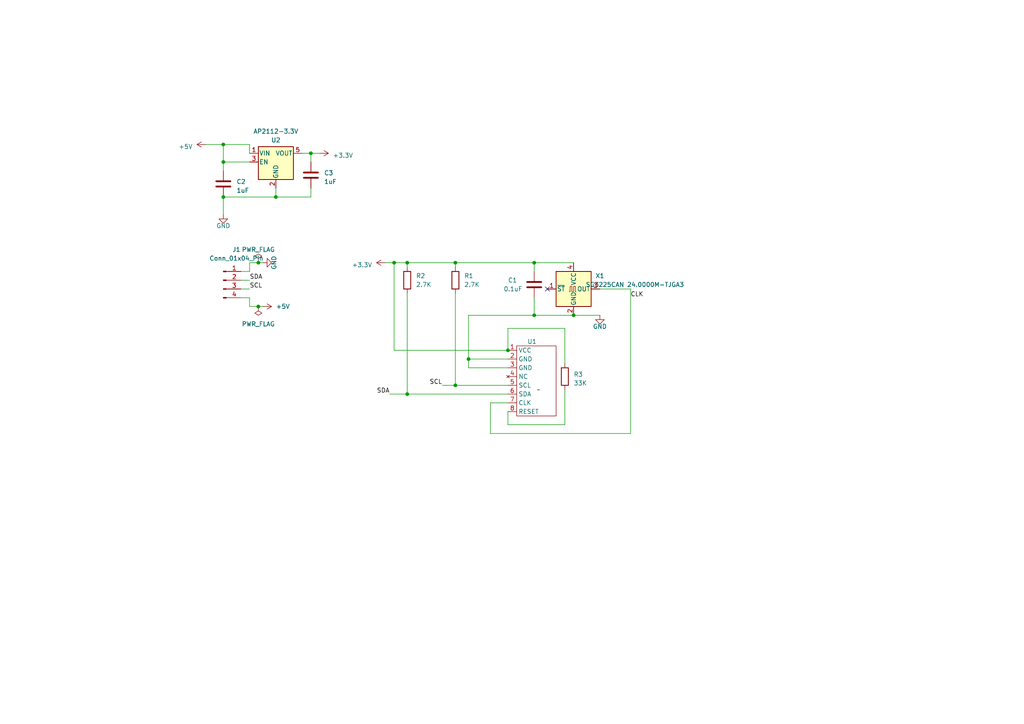
<source format=kicad_sch>
(kicad_sch (version 20231120) (generator "eeschema") (generator_version "8.0")
  (paper "A4")
  (lib_symbols
    (symbol "Connector:Conn_01x04_Pin" (pin_names (offset 1.016) hide)
      (property "Reference" "J" (at 0 5.08 0))
      (property "Value" "Conn_01x04_Pin" (at 0 -7.62 0))
      (symbol "Conn_01x04_Pin_1_1"
        (polyline (pts (xy 1.27 -5.08) (xy 0.8636 -5.08)) (stroke (width 0.1524)))
        (polyline (pts (xy 1.27 -2.54) (xy 0.8636 -2.54)) (stroke (width 0.1524)))
        (polyline (pts (xy 1.27 0) (xy 0.8636 0)) (stroke (width 0.1524)))
        (polyline (pts (xy 1.27 2.54) (xy 0.8636 2.54)) (stroke (width 0.1524)))
        (rectangle (start 0.8636 -4.953) (end 0 -5.207) (stroke (width 0.1524)) (fill (type outline)))
        (rectangle (start 0.8636 -2.413) (end 0 -2.667) (stroke (width 0.1524)) (fill (type outline)))
        (rectangle (start 0.8636 0.127) (end 0 -0.127) (stroke (width 0.1524)) (fill (type outline)))
        (rectangle (start 0.8636 2.667) (end 0 2.413) (stroke (width 0.1524)) (fill (type outline)))
        (pin passive line (at 5.08 2.54 180) (length 3.81) (name "Pin_1") (number "1"))
        (pin passive line (at 5.08 0 180) (length 3.81) (name "Pin_2") (number "2"))
        (pin passive line (at 5.08 -2.54 180) (length 3.81) (name "Pin_3") (number "3"))
        (pin passive line (at 5.08 -5.08 180) (length 3.81) (name "Pin_4") (number "4"))
      )
    )
    (symbol "Device:C" (pin_numbers hide) (pin_names (offset 0.254))
      (property "Reference" "C" (at 0.635 2.54 0))
      (property "Value" "C" (at 0.635 -2.54 0))
      (symbol "C_0_1"
        (polyline (pts (xy -2.032 -0.762) (xy 2.032 -0.762)) (stroke (width 0.508)))
        (polyline (pts (xy -2.032 0.762) (xy 2.032 0.762)) (stroke (width 0.508)))
      )
      (symbol "C_1_1"
        (pin passive line (at 0 3.81 270) (length 2.794) (name "~") (number "1"))
        (pin passive line (at 0 -3.81 90) (length 2.794) (name "~") (number "2"))
      )
    )
    (symbol "Device:R" (pin_numbers hide) (pin_names (offset 0))
      (property "Reference" "R" (at 2.032 0 90))
      (property "Value" "R" (at 0 0 90))
      (symbol "R_0_1"
        (rectangle (start -1.016 -2.54) (end 1.016 2.54) (stroke (width 0.254)))
      )
      (symbol "R_1_1"
        (pin passive line (at 0 3.81 270) (length 1.27) (name "~") (number "1"))
        (pin passive line (at 0 -3.81 90) (length 1.27) (name "~") (number "2"))
      )
    )
    (symbol "Oscillator:SG-5032CAN" (pin_names (offset 0.254))
      (property "Reference" "X" (at -5.08 6.35 0))
      (property "Value" "SG-5032CAN" (at 1.27 -6.35 0))
      (symbol "SG-5032CAN_0_1"
        (rectangle (start -5.08 5.08) (end 5.08 -5.08) (stroke (width 0.254)) (fill (type background)))
        (polyline (pts (xy -1.27 -0.762) (xy -1.016 -0.762) (xy -1.016 0.762) (xy -0.508 0.762) (xy -0.508 -0.762) (xy 0 -0.762) (xy 0 0.762) (xy 0.508 0.762) (xy 0.508 -0.762) (xy 0.762 -0.762)))
      )
      (symbol "SG-5032CAN_1_1"
        (pin input line (at -7.62 0 0) (length 2.54) (name "~{ST}") (number "1"))
        (pin power_in line (at 0 -7.62 90) (length 2.54) (name "GND") (number "2"))
        (pin output line (at 7.62 0 180) (length 2.54) (name "OUT") (number "3"))
        (pin power_in line (at 0 7.62 270) (length 2.54) (name "VCC") (number "4"))
      )
    )
    (symbol "Regulator_Linear:AP2112K-3.3" (pin_names (offset 0.254))
      (property "Reference" "U" (at -5.08 5.715 0))
      (property "Value" "AP2112K-3.3" (at 0 5.715 0))
      (symbol "AP2112K-3.3_0_1"
        (rectangle (start -5.08 4.445) (end 5.08 -5.08) (stroke (width 0.254)) (fill (type background)))
      )
      (symbol "AP2112K-3.3_1_1"
        (pin power_in line (at -7.62 2.54 0) (length 2.54) (name "VIN") (number "1"))
        (pin power_in line (at 0 -7.62 90) (length 2.54) (name "GND") (number "2"))
        (pin input line (at -7.62 0 0) (length 2.54) (name "EN") (number "3"))
        (pin no_connect line (at 5.08 0 180) (length 2.54) hide (name "NC") (number "4"))
        (pin power_out line (at 7.62 2.54 180) (length 2.54) (name "VOUT") (number "5"))
      )
    )
    (symbol "power:+3.3V" (power) (pin_names (offset 0))
      (property "Value" "+3.3V" (at 0 3.556 0))
      (symbol "+3.3V_0_1"
        (polyline (pts (xy -0.762 1.27) (xy 0 2.54)))
        (polyline (pts (xy 0 0) (xy 0 2.54)))
        (polyline (pts (xy 0 2.54) (xy 0.762 1.27)))
      )
      (symbol "+3.3V_1_1"
        (pin power_in line (at 0 0 90) (length 0) hide (name "+3.3V") (number "1"))
      )
    )
    (symbol "power:+5V" (power) (pin_names (offset 0))
      (property "Value" "+5V" (at 0 3.556 0))
      (symbol "+5V_0_1"
        (polyline (pts (xy -0.762 1.27) (xy 0 2.54)))
        (polyline (pts (xy 0 0) (xy 0 2.54)))
        (polyline (pts (xy 0 2.54) (xy 0.762 1.27)))
      )
      (symbol "+5V_1_1"
        (pin power_in line (at 0 0 90) (length 0) hide (name "+5V") (number "1"))
      )
    )
    (symbol "power:GND" (power) (pin_names (offset 0))
      (property "Value" "GND" (at 0 -3.81 0))
      (symbol "GND_0_1"
        (polyline (pts (xy 0 0) (xy 0 -1.27) (xy 1.27 -1.27) (xy 0 -2.54) (xy -1.27 -1.27) (xy 0 -1.27)))
      )
      (symbol "GND_1_1"
        (pin power_in line (at 0 0 270) (length 0) hide (name "GND") (number "1"))
      )
    )
    (symbol "power:PWR_FLAG" (power) (pin_numbers hide) (pin_names (offset 0) hide)
      (property "Value" "PWR_FLAG" (at 0 3.81 0))
      (symbol "PWR_FLAG_0_0"
        (pin power_out line (at 0 0 90) (length 0) (name "pwr") (number "1"))
      )
      (symbol "PWR_FLAG_0_1"
        (polyline (pts (xy 0 0) (xy 0 1.27) (xy -1.016 1.905) (xy 0 2.54) (xy 1.016 1.905) (xy 0 1.27)))
      )
    )
    (symbol "wiimote_ir_camera:Wiimote_IR_Camera" (pin_names (offset 0.5))
      (property "Reference" "U" (at 0 13.97 0))
      (symbol "Wiimote_IR_Camera_0_1"
        (rectangle (start -6.35 12.7) (end 5.08 -7.62))
      )
      (symbol "Wiimote_IR_Camera_1_1"
        (pin power_in line (at -8.89 11.43 0) (length 2.54) (name "VCC") (number "1"))
        (pin power_in line (at -8.89 8.89 0) (length 2.54) (name "GND") (number "2"))
        (pin power_in line (at -8.89 6.35 0) (length 2.54) (name "GND") (number "3"))
        (pin no_connect line (at -8.89 3.81 0) (length 2.54) (name "NC") (number "4"))
        (pin bidirectional line (at -8.89 1.27 0) (length 2.54) (name "SCL") (number "5"))
        (pin bidirectional line (at -8.89 -1.27 0) (length 2.54) (name "SDA") (number "6"))
        (pin bidirectional line (at -8.89 -3.81 0) (length 2.54) (name "CLK") (number "7"))
        (pin bidirectional line (at -8.89 -6.35 0) (length 2.54) (name "RESET") (number "8"))
      )
    )
  )
  (junction (at 74.93 88.9))
  (junction (at 64.77 46.99))
  (junction (at 147.32 101.6))
  (junction (at 135.89 104.14))
  (junction (at 74.93 76.2))
  (junction (at 154.94 76.2))
  (junction (at 132.08 76.2))
  (junction (at 132.08 111.76))
  (junction (at 80.01 57.15))
  (junction (at 90.17 44.45))
  (junction (at 154.94 91.44))
  (junction (at 64.77 41.91))
  (junction (at 118.11 76.2))
  (junction (at 166.37 91.44))
  (junction (at 118.11 114.3))
  (junction (at 64.77 57.15))
  (junction (at 114.3 76.2))
  (no_connect (at 158.75 83.82))
  (wire (pts (xy 72.39 78.74) (xy 72.39 76.2)))
  (wire (pts (xy 118.11 76.2) (xy 118.11 77.47)))
  (wire (pts (xy 154.94 86.36) (xy 154.94 91.44)))
  (wire (pts (xy 114.3 76.2) (xy 114.3 101.6)))
  (wire (pts (xy 64.77 46.99) (xy 64.77 49.53)))
  (wire (pts (xy 142.24 116.84) (xy 147.32 116.84)))
  (wire (pts (xy 90.17 44.45) (xy 90.17 46.99)))
  (wire (pts (xy 74.93 76.2) (xy 76.2 76.2)))
  (wire (pts (xy 135.89 91.44) (xy 154.94 91.44)))
  (wire (pts (xy 80.01 54.61) (xy 80.01 57.15)))
  (wire (pts (xy 114.3 101.6) (xy 147.32 101.6)))
  (wire (pts (xy 90.17 54.61) (xy 90.17 57.15)))
  (wire (pts (xy 69.85 78.74) (xy 72.39 78.74)))
  (wire (pts (xy 182.88 125.73) (xy 142.24 125.73)))
  (wire (pts (xy 64.77 57.15) (xy 64.77 62.23)))
  (wire (pts (xy 111.76 76.2) (xy 114.3 76.2)))
  (wire (pts (xy 72.39 86.36) (xy 72.39 88.9)))
  (wire (pts (xy 154.94 91.44) (xy 166.37 91.44)))
  (wire (pts (xy 163.83 95.25) (xy 163.83 105.41)))
  (wire (pts (xy 154.94 76.2) (xy 166.37 76.2)))
  (wire (pts (xy 74.93 88.9) (xy 76.2 88.9)))
  (wire (pts (xy 69.85 83.82) (xy 72.39 83.82)))
  (wire (pts (xy 163.83 123.19) (xy 147.32 123.19)))
  (wire (pts (xy 114.3 76.2) (xy 118.11 76.2)))
  (wire (pts (xy 132.08 111.76) (xy 147.32 111.76)))
  (wire (pts (xy 135.89 104.14) (xy 135.89 91.44)))
  (wire (pts (xy 72.39 44.45) (xy 72.39 41.91)))
  (wire (pts (xy 147.32 95.25) (xy 147.32 101.6)))
  (wire (pts (xy 182.88 83.82) (xy 182.88 125.73)))
  (wire (pts (xy 166.37 91.44) (xy 173.99 91.44)))
  (wire (pts (xy 72.39 76.2) (xy 74.93 76.2)))
  (wire (pts (xy 132.08 76.2) (xy 154.94 76.2)))
  (wire (pts (xy 128.27 111.76) (xy 132.08 111.76)))
  (wire (pts (xy 69.85 81.28) (xy 72.39 81.28)))
  (wire (pts (xy 64.77 46.99) (xy 72.39 46.99)))
  (wire (pts (xy 69.85 86.36) (xy 72.39 86.36)))
  (wire (pts (xy 132.08 76.2) (xy 132.08 77.47)))
  (wire (pts (xy 118.11 85.09) (xy 118.11 114.3)))
  (wire (pts (xy 173.99 83.82) (xy 182.88 83.82)))
  (wire (pts (xy 118.11 76.2) (xy 132.08 76.2)))
  (wire (pts (xy 80.01 57.15) (xy 64.77 57.15)))
  (wire (pts (xy 163.83 113.03) (xy 163.83 123.19)))
  (wire (pts (xy 72.39 88.9) (xy 74.93 88.9)))
  (wire (pts (xy 135.89 104.14) (xy 147.32 104.14)))
  (wire (pts (xy 59.69 41.91) (xy 64.77 41.91)))
  (wire (pts (xy 147.32 119.38) (xy 147.32 123.19)))
  (wire (pts (xy 64.77 41.91) (xy 72.39 41.91)))
  (wire (pts (xy 118.11 114.3) (xy 147.32 114.3)))
  (wire (pts (xy 90.17 57.15) (xy 80.01 57.15)))
  (wire (pts (xy 154.94 76.2) (xy 154.94 78.74)))
  (wire (pts (xy 90.17 44.45) (xy 92.71 44.45)))
  (wire (pts (xy 135.89 106.68) (xy 135.89 104.14)))
  (wire (pts (xy 64.77 41.91) (xy 64.77 46.99)))
  (wire (pts (xy 132.08 111.76) (xy 132.08 85.09)))
  (wire (pts (xy 142.24 125.73) (xy 142.24 116.84)))
  (wire (pts (xy 147.32 106.68) (xy 135.89 106.68)))
  (wire (pts (xy 87.63 44.45) (xy 90.17 44.45)))
  (wire (pts (xy 113.03 114.3) (xy 118.11 114.3)))
  (wire (pts (xy 147.32 95.25) (xy 163.83 95.25)))
  (label "SDA" (at 113.03 114.3 180))
  (label "SDA" (at 72.39 81.28 0))
  (label "SCL" (at 72.39 83.82 0))
  (label "CLK" (at 182.88 86.36 0))
  (label "SCL" (at 128.27 111.76 180))
  (symbol (lib_id "Device:C") (at 90.17 50.8 0) (unit 1)
    (property "Reference" "C3" (at 93.98 50.165 0) (effects (justify left)))
    (property "Value" "1uF" (at 93.98 52.705 0) (effects (justify left)))
    (property "Footprint" "Capacitor_SMD:C_0603_1608Metric_Pad1.08x0.95mm_HandSolder" (effects (hide yes)))
  )
  (symbol (lib_id "power:PWR_FLAG") (at 74.93 88.9 180) (unit 1)
    (property "Reference" "#FLG02" (effects (hide yes)))
    (property "Value" "PWR_FLAG" (at 74.93 93.98 0))
  )
  (symbol (lib_id "power:+5V") (at 76.2 88.9 270) (unit 1)
    (property "Reference" "#PWR03" (effects (hide yes)))
    (property "Value" "+5V" (at 80.01 88.8999 90) (effects (justify left)))
  )
  (symbol (lib_id "Connector:Conn_01x04_Pin") (at 64.77 81.28 0) (unit 1)
    (property "Reference" "J1" (at 68.58 72.39 0))
    (property "Value" "Conn_01x04_Pin" (at 68.58 74.93 0))
    (property "Footprint" "Connector_PinHeader_2.54mm:PinHeader_1x04_P2.54mm_Vertical" (effects (hide yes)))
  )
  (symbol (lib_id "power:+3.3V") (at 92.71 44.45 270) (unit 1)
    (property "Reference" "#PWR01" (effects (hide yes)))
    (property "Value" "+3.3V" (at 96.52 45.085 90) (effects (justify left)))
  )
  (symbol (lib_id "Device:C") (at 64.77 53.34 0) (unit 1)
    (property "Reference" "C2" (at 68.58 52.705 0) (effects (justify left)))
    (property "Value" "1uF" (at 68.58 55.245 0) (effects (justify left)))
    (property "Footprint" "Capacitor_SMD:C_0603_1608Metric_Pad1.08x0.95mm_HandSolder" (effects (hide yes)))
  )
  (symbol (lib_id "Device:R") (at 163.83 109.22 0) (unit 1)
    (property "Reference" "R3" (at 166.37 108.585 0) (effects (justify left)))
    (property "Value" "33K" (at 166.37 111.125 0) (effects (justify left)))
    (property "Footprint" "Resistor_SMD:R_0603_1608Metric_Pad0.98x0.95mm_HandSolder" (effects (hide yes)))
  )
  (symbol (lib_id "power:GND") (at 64.77 62.23 0) (unit 1)
    (property "Reference" "#GND01" (effects (hide yes)))
    (property "Value" "GND" (at 64.77 64.77 0) (effects (justify top)))
  )
  (symbol (lib_id "Device:R") (at 132.08 81.28 0) (unit 1)
    (property "Reference" "R1" (at 134.62 80.0099 0) (effects (justify left)))
    (property "Value" "2.7K" (at 134.62 82.5499 0) (effects (justify left)))
    (property "Footprint" "Resistor_SMD:R_0603_1608Metric_Pad0.98x0.95mm_HandSolder" (effects (hide yes)))
  )
  (symbol (lib_id "power:+3.3V") (at 111.76 76.2 90) (unit 1)
    (property "Reference" "#PWR04" (effects (hide yes)))
    (property "Value" "+3.3V" (at 107.95 76.835 90) (effects (justify left)))
  )
  (symbol (lib_id "power:PWR_FLAG") (at 74.93 76.2 0) (unit 1)
    (property "Reference" "#FLG01" (effects (hide yes)))
    (property "Value" "PWR_FLAG" (at 74.93 72.39 0))
  )
  (symbol (lib_id "Device:R") (at 118.11 81.28 180) (unit 1)
    (property "Reference" "R2" (at 120.65 80.0099 0) (effects (justify right)))
    (property "Value" "2.7K" (at 120.65 82.5499 0) (effects (justify right)))
    (property "Footprint" "Resistor_SMD:R_0603_1608Metric_Pad0.98x0.95mm_HandSolder" (effects (hide yes)))
  )
  (symbol (lib_id "power:+5V") (at 59.69 41.91 90) (unit 1)
    (property "Reference" "#PWR02" (effects (hide yes)))
    (property "Value" "+5V" (at 55.88 42.545 90) (effects (justify left)))
  )
  (symbol (lib_id "wiimote_ir_camera:Wiimote_IR_Camera") (at 156.21 113.03 0) (unit 1)
    (property "Reference" "U1" (at 154.305 99.06 0))
    (property "Value" "~" (at 156.21 113.03 0))
    (property "Footprint" "GUN4IR:wiimote-pixart-camera" (effects (hide yes)))
  )
  (symbol (lib_id "Regulator_Linear:AP2112K-3.3") (at 80.01 46.99 0) (unit 1)
    (property "Reference" "U2" (at 80.01 40.64 0))
    (property "Value" "AP2112-3.3V" (at 80.01 38.1 0))
    (property "Footprint" "Package_TO_SOT_SMD:SOT-23-5" (effects (hide yes)))
    (property "Datasheet" "https://www.diodes.com/assets/Datasheets/AP2112.pdf" (effects (hide yes)))
  )
  (symbol (lib_id "Oscillator:SG-5032CAN") (at 166.37 83.82 0) (unit 1)
    (property "Reference" "X1" (at 173.99 80.01 0))
    (property "Value" "SG3225CAN 24.0000M-TJGA3" (at 184.15 82.55 0))
    (property "Footprint" "Oscillator:Oscillator_SMD_SeikoEpson_SG8002CE-4Pin_3.2x2.5mm_HandSoldering" (effects (hide yes)))
    (property "Datasheet" "https://support.epson.biz/td/api/doc_check.php?dl=brief_SG5032CAN&lang=en" (effects (hide yes)))
  )
  (symbol (lib_id "Device:C") (at 154.94 82.55 0) (unit 1)
    (property "Reference" "C1" (at 147.32 81.28 0) (effects (justify left)))
    (property "Value" "0.1uF" (at 146.05 83.82 0) (effects (justify left)))
    (property "Footprint" "Capacitor_SMD:C_0603_1608Metric_Pad1.08x0.95mm_HandSolder" (effects (hide yes)))
  )
  (symbol (lib_id "power:GND") (at 173.99 91.44 0) (unit 1)
    (property "Reference" "#GND02" (effects (hide yes)))
    (property "Value" "GND" (at 173.99 93.98 0) (effects (justify top)))
  )
  (symbol (lib_id "power:GND") (at 76.2 76.2 90) (unit 1)
    (property "Reference" "#GND03" (effects (hide yes)))
    (property "Value" "GND" (at 78.74 76.2 0) (effects (justify top)))
  )
)
</source>
